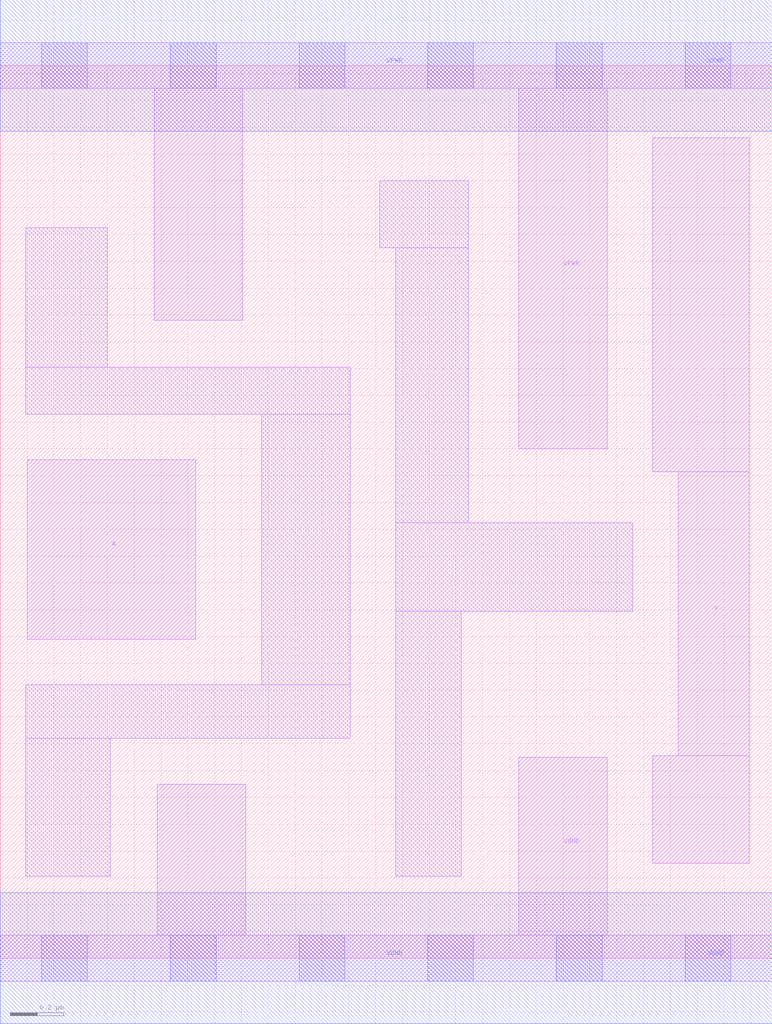
<source format=lef>
# Copyright 2020 The SkyWater PDK Authors
#
# Licensed under the Apache License, Version 2.0 (the "License");
# you may not use this file except in compliance with the License.
# You may obtain a copy of the License at
#
#     https://www.apache.org/licenses/LICENSE-2.0
#
# Unless required by applicable law or agreed to in writing, software
# distributed under the License is distributed on an "AS IS" BASIS,
# WITHOUT WARRANTIES OR CONDITIONS OF ANY KIND, either express or implied.
# See the License for the specific language governing permissions and
# limitations under the License.
#
# SPDX-License-Identifier: Apache-2.0

VERSION 5.7 ;
  NAMESCASESENSITIVE ON ;
  NOWIREEXTENSIONATPIN ON ;
  DIVIDERCHAR "/" ;
  BUSBITCHARS "[]" ;
UNITS
  DATABASE MICRONS 200 ;
END UNITS
MACRO sky130_fd_sc_hs__clkdlyinv3sd3_1
  CLASS CORE ;
  SOURCE USER ;
  FOREIGN sky130_fd_sc_hs__clkdlyinv3sd3_1 ;
  ORIGIN  0.000000  0.000000 ;
  SIZE  2.880000 BY  3.330000 ;
  SYMMETRY X Y ;
  SITE unit ;
  PIN A
    ANTENNAGATEAREA  0.231000 ;
    DIRECTION INPUT ;
    USE SIGNAL ;
    PORT
      LAYER li1 ;
        RECT 0.100000 1.190000 0.730000 1.860000 ;
    END
  END A
  PIN Y
    ANTENNADIFFAREA  0.424900 ;
    DIRECTION OUTPUT ;
    USE SIGNAL ;
    PORT
      LAYER li1 ;
        RECT 2.435000 0.355000 2.795000 0.755000 ;
        RECT 2.435000 1.815000 2.795000 3.060000 ;
        RECT 2.530000 0.755000 2.795000 1.815000 ;
    END
  END Y
  PIN VGND
    DIRECTION INOUT ;
    USE GROUND ;
    PORT
      LAYER li1 ;
        RECT 0.000000 -0.085000 2.880000 0.085000 ;
        RECT 0.585000  0.085000 0.915000 0.650000 ;
        RECT 1.935000  0.085000 2.265000 0.750000 ;
      LAYER mcon ;
        RECT 0.155000 -0.085000 0.325000 0.085000 ;
        RECT 0.635000 -0.085000 0.805000 0.085000 ;
        RECT 1.115000 -0.085000 1.285000 0.085000 ;
        RECT 1.595000 -0.085000 1.765000 0.085000 ;
        RECT 2.075000 -0.085000 2.245000 0.085000 ;
        RECT 2.555000 -0.085000 2.725000 0.085000 ;
      LAYER met1 ;
        RECT 0.000000 -0.245000 2.880000 0.245000 ;
    END
  END VGND
  PIN VPWR
    DIRECTION INOUT ;
    USE POWER ;
    PORT
      LAYER li1 ;
        RECT 0.000000 3.245000 2.880000 3.415000 ;
        RECT 0.575000 2.380000 0.905000 3.245000 ;
        RECT 1.935000 1.900000 2.265000 3.245000 ;
      LAYER mcon ;
        RECT 0.155000 3.245000 0.325000 3.415000 ;
        RECT 0.635000 3.245000 0.805000 3.415000 ;
        RECT 1.115000 3.245000 1.285000 3.415000 ;
        RECT 1.595000 3.245000 1.765000 3.415000 ;
        RECT 2.075000 3.245000 2.245000 3.415000 ;
        RECT 2.555000 3.245000 2.725000 3.415000 ;
      LAYER met1 ;
        RECT 0.000000 3.085000 2.880000 3.575000 ;
    END
  END VPWR
  OBS
    LAYER li1 ;
      RECT 0.095000 0.305000 0.410000 0.820000 ;
      RECT 0.095000 0.820000 1.305000 1.020000 ;
      RECT 0.095000 2.030000 1.305000 2.205000 ;
      RECT 0.095000 2.205000 0.400000 2.725000 ;
      RECT 0.975000 1.020000 1.305000 2.030000 ;
      RECT 1.415000 2.650000 1.745000 2.900000 ;
      RECT 1.475000 0.305000 1.720000 1.295000 ;
      RECT 1.475000 1.295000 2.360000 1.625000 ;
      RECT 1.475000 1.625000 1.745000 2.650000 ;
  END
END sky130_fd_sc_hs__clkdlyinv3sd3_1

</source>
